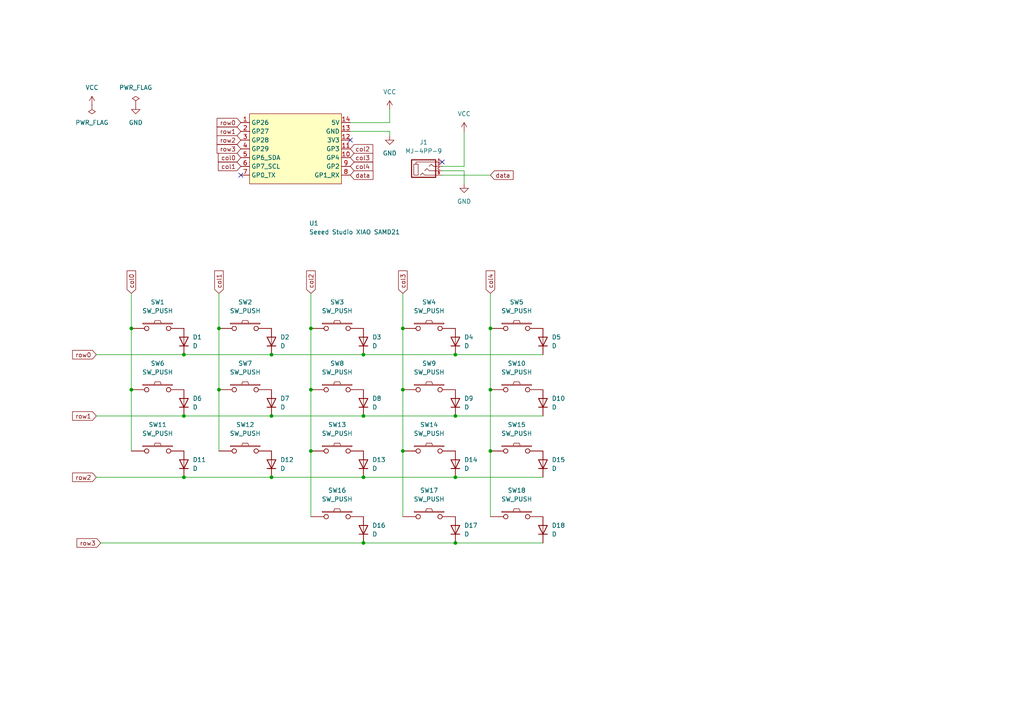
<source format=kicad_sch>
(kicad_sch (version 20211123) (generator eeschema)
  (paper "A4")
  (lib_symbols
    (symbol "Device:D" (pin_numbers hide) (pin_names (offset 1.016) hide)
      (property "Reference" "D" (at 0 2.54 0))
      (property "Value" "D" (at 0 -2.54 0))
      (symbol "D_0_1"
        (polyline (pts (xy -1.27 1.27) (xy -1.27 -1.27)) (stroke (width 0.254)))
        (polyline (pts (xy 1.27 0) (xy -1.27 0)))
        (polyline (pts (xy 1.27 1.27) (xy 1.27 -1.27) (xy -1.27 0) (xy 1.27 1.27)) (stroke (width 0.254)))
      )
      (symbol "D_1_1"
        (pin passive line (at -3.81 0 0) (length 2.54) (name "K") (number "1"))
        (pin passive line (at 3.81 0 180) (length 2.54) (name "A") (number "2"))
      )
    )
    (symbol "foostan_kbd:MJ-4PP-9" (pin_names (offset 1.016))
      (property "Reference" "J" (at 0 3.81 0))
      (property "Value" "MJ-4PP-9" (at 0 -3.81 0))
      (symbol "MJ-4PP-9_0_1"
        (rectangle (start -1.905 -1.905) (end -3.175 1.27))
        (polyline (pts (xy -2.54 1.27) (xy -2.54 1.905) (xy 3.175 1.905)))
        (polyline (pts (xy -1.27 -1.905) (xy -0.635 -1.27) (xy 0 -1.905) (xy 3.175 -1.905)))
        (polyline (pts (xy 0 -0.635) (xy 0.635 0) (xy 1.27 -0.635) (xy 3.175 -0.635)))
        (polyline (pts (xy 1.27 0.635) (xy 1.905 1.27) (xy 2.54 0.635) (xy 3.175 0.635)))
        (rectangle (start 3.175 2.54) (end -3.81 -2.54) (stroke (width 0.3048)))
      )
      (symbol "MJ-4PP-9_1_1"
        (pin input line (at 5.08 1.905 180) (length 2.0066) (name "~") (number "A"))
        (pin input line (at 5.08 -1.905 180) (length 2.0066) (name "~") (number "B"))
        (pin input line (at 5.08 -0.635 180) (length 2.0066) (name "~") (number "C"))
        (pin input line (at 5.08 0.635 180) (length 2.0066) (name "~") (number "D"))
      )
    )
    (symbol "foostan_kbd:SW_PUSH" (pin_numbers hide) (pin_names (offset 1.016) hide)
      (property "Reference" "SW" (at 3.81 2.794 0))
      (property "Value" "SW_PUSH" (at 0 -2.032 0))
      (symbol "SW_PUSH_0_1"
        (rectangle (start -4.318 1.27) (end 4.318 1.524))
        (polyline (pts (xy -1.016 1.524) (xy -0.762 2.286) (xy 0.762 2.286) (xy 1.016 1.524)))
        (pin passive inverted (at -7.62 0 0) (length 5.08) (name "1") (number "1"))
        (pin passive inverted (at 7.62 0 180) (length 5.08) (name "2") (number "2"))
      )
    )
    (symbol "power:GND" (power) (pin_names (offset 0))
      (property "Value" "GND" (at 0 -3.81 0))
      (symbol "GND_0_1"
        (polyline (pts (xy 0 0) (xy 0 -1.27) (xy 1.27 -1.27) (xy 0 -2.54) (xy -1.27 -1.27) (xy 0 -1.27)))
      )
      (symbol "GND_1_1"
        (pin power_in line (at 0 0 270) (length 0) hide (name "GND") (number "1"))
      )
    )
    (symbol "power:PWR_FLAG" (power) (pin_numbers hide) (pin_names (offset 0) hide)
      (property "Value" "PWR_FLAG" (at 0 3.81 0))
      (symbol "PWR_FLAG_0_0"
        (pin power_out line (at 0 0 90) (length 0) (name "pwr") (number "1"))
      )
      (symbol "PWR_FLAG_0_1"
        (polyline (pts (xy 0 0) (xy 0 1.27) (xy -1.016 1.905) (xy 0 2.54) (xy 1.016 1.905) (xy 0 1.27)))
      )
    )
    (symbol "power:VCC" (power) (pin_names (offset 0))
      (property "Value" "VCC" (at 0 3.81 0))
      (symbol "VCC_0_1"
        (polyline (pts (xy -0.762 1.27) (xy 0 2.54)))
        (polyline (pts (xy 0 0) (xy 0 2.54)))
        (polyline (pts (xy 0 2.54) (xy 0.762 1.27)))
      )
      (symbol "VCC_1_1"
        (pin power_in line (at 0 0 90) (length 0) hide (name "VCC") (number "1"))
      )
    )
    (symbol "xiao rp2040:XIAO-RP2040"
      (property "Reference" "M" (at 0 0 0))
      (property "Value" "XIAO-RP2040" (at 0 2.54 0))
      (symbol "XIAO-RP2040_0_1"
        (rectangle (start -12.7 10.16) (end 13.97 -10.16) (fill (type background)))
      )
      (symbol "XIAO-RP2040_1_1"
        (pin bidirectional line (at -15.24 7.62 0) (length 2.54) (name "GP26") (number "1"))
        (pin bidirectional line (at 16.51 -2.54 180) (length 2.54) (name "GP4") (number "10"))
        (pin bidirectional line (at 16.51 0 180) (length 2.54) (name "GP3") (number "11"))
        (pin power_in line (at 16.51 2.54 180) (length 2.54) (name "3V3") (number "12"))
        (pin power_in line (at 16.51 5.08 180) (length 2.54) (name "GND") (number "13"))
        (pin power_in line (at 16.51 7.62 180) (length 2.54) (name "5V") (number "14"))
        (pin bidirectional line (at -15.24 5.08 0) (length 2.54) (name "GP27") (number "2"))
        (pin bidirectional line (at -15.24 2.54 0) (length 2.54) (name "GP28") (number "3"))
        (pin bidirectional line (at -15.24 0 0) (length 2.54) (name "GP29") (number "4"))
        (pin bidirectional line (at -15.24 -2.54 0) (length 2.54) (name "GP6_SDA") (number "5"))
        (pin bidirectional line (at -15.24 -5.08 0) (length 2.54) (name "GP7_SCL") (number "6"))
        (pin bidirectional line (at -15.24 -7.62 0) (length 2.54) (name "GP0_TX") (number "7"))
        (pin bidirectional line (at 16.51 -7.62 180) (length 2.54) (name "GP1_RX") (number "8"))
        (pin bidirectional line (at 16.51 -5.08 180) (length 2.54) (name "GP2") (number "9"))
      )
    )
  )
  (junction (at 142.24 113.03))
  (junction (at 38.1 95.25))
  (junction (at 53.34 120.65))
  (junction (at 53.34 102.87))
  (junction (at 63.5 95.25))
  (junction (at 142.24 130.81))
  (junction (at 116.84 95.25))
  (junction (at 78.74 120.65))
  (junction (at 105.41 120.65))
  (junction (at 63.5 113.03))
  (junction (at 90.17 113.03))
  (junction (at 116.84 130.81))
  (junction (at 105.41 102.87))
  (junction (at 90.17 95.25))
  (junction (at 78.74 102.87))
  (junction (at 132.08 120.65))
  (junction (at 53.34 138.43))
  (junction (at 116.84 113.03))
  (junction (at 132.08 102.87))
  (junction (at 90.17 130.81))
  (junction (at 132.08 157.48))
  (junction (at 105.41 138.43))
  (junction (at 132.08 138.43))
  (junction (at 105.41 157.48))
  (junction (at 142.24 95.25))
  (junction (at 78.74 138.43))
  (junction (at 38.1 113.03))
  (no_connect (at 101.6 40.64))
  (no_connect (at 128.27 46.99))
  (no_connect (at 69.85 50.8))
  (wire (pts (xy 134.62 38.1) (xy 134.62 48.26)))
  (wire (pts (xy 132.08 138.43) (xy 157.48 138.43)))
  (wire (pts (xy 132.08 102.87) (xy 157.48 102.87)))
  (wire (pts (xy 105.41 157.48) (xy 132.08 157.48)))
  (wire (pts (xy 78.74 138.43) (xy 105.41 138.43)))
  (wire (pts (xy 142.24 130.81) (xy 142.24 149.86)))
  (wire (pts (xy 38.1 95.25) (xy 38.1 113.03)))
  (wire (pts (xy 53.34 102.87) (xy 78.74 102.87)))
  (wire (pts (xy 116.84 113.03) (xy 116.84 130.81)))
  (wire (pts (xy 78.74 102.87) (xy 105.41 102.87)))
  (wire (pts (xy 63.5 95.25) (xy 63.5 113.03)))
  (wire (pts (xy 134.62 49.53) (xy 134.62 53.34)))
  (wire (pts (xy 27.94 102.87) (xy 53.34 102.87)))
  (wire (pts (xy 128.27 50.8) (xy 142.24 50.8)))
  (wire (pts (xy 132.08 157.48) (xy 157.48 157.48)))
  (wire (pts (xy 142.24 113.03) (xy 142.24 130.81)))
  (wire (pts (xy 116.84 130.81) (xy 116.84 149.86)))
  (wire (pts (xy 116.84 95.25) (xy 116.84 113.03)))
  (wire (pts (xy 113.03 35.56) (xy 113.03 31.75)))
  (wire (pts (xy 113.03 39.37) (xy 113.03 38.1)))
  (wire (pts (xy 63.5 113.03) (xy 63.5 130.81)))
  (wire (pts (xy 90.17 95.25) (xy 90.17 113.03)))
  (wire (pts (xy 116.84 85.09) (xy 116.84 95.25)))
  (wire (pts (xy 27.94 138.43) (xy 53.34 138.43)))
  (wire (pts (xy 105.41 120.65) (xy 132.08 120.65)))
  (wire (pts (xy 53.34 138.43) (xy 78.74 138.43)))
  (wire (pts (xy 132.08 120.65) (xy 157.48 120.65)))
  (wire (pts (xy 90.17 113.03) (xy 90.17 130.81)))
  (wire (pts (xy 90.17 130.81) (xy 90.17 149.86)))
  (wire (pts (xy 53.34 120.65) (xy 78.74 120.65)))
  (wire (pts (xy 90.17 85.09) (xy 90.17 95.25)))
  (wire (pts (xy 27.94 120.65) (xy 53.34 120.65)))
  (wire (pts (xy 142.24 85.09) (xy 142.24 95.25)))
  (wire (pts (xy 113.03 38.1) (xy 101.6 38.1)))
  (wire (pts (xy 128.27 49.53) (xy 134.62 49.53)))
  (wire (pts (xy 63.5 85.09) (xy 63.5 95.25)))
  (wire (pts (xy 38.1 85.09) (xy 38.1 95.25)))
  (wire (pts (xy 128.27 48.26) (xy 134.62 48.26)))
  (wire (pts (xy 142.24 95.25) (xy 142.24 113.03)))
  (wire (pts (xy 38.1 113.03) (xy 38.1 130.81)))
  (wire (pts (xy 105.41 102.87) (xy 132.08 102.87)))
  (wire (pts (xy 29.21 157.48) (xy 105.41 157.48)))
  (wire (pts (xy 105.41 138.43) (xy 132.08 138.43)))
  (wire (pts (xy 101.6 35.56) (xy 113.03 35.56)))
  (wire (pts (xy 105.41 156.21) (xy 105.41 157.48)))
  (wire (pts (xy 78.74 120.65) (xy 105.41 120.65)))
  (global_label "col3" (shape input) (at 101.6 45.72 0) (property "シート間のリファレンス" "${INTERSHEET_REFS}" (effects hide)))
  (global_label "col0" (shape input) (at 69.85 45.72 180) (property "シート間のリファレンス" "${INTERSHEET_REFS}" (effects hide)))
  (global_label "row1" (shape input) (at 27.94 120.65 180) (property "シート間のリファレンス" "${INTERSHEET_REFS}" (effects hide)))
  (global_label "col0" (shape input) (at 38.1 85.09 90) (property "シート間のリファレンス" "${INTERSHEET_REFS}" (effects hide)))
  (global_label "row1" (shape input) (at 69.85 38.1 180) (property "シート間のリファレンス" "${INTERSHEET_REFS}" (effects hide)))
  (global_label "row3" (shape input) (at 69.85 43.18 180) (property "シート間のリファレンス" "${INTERSHEET_REFS}" (effects hide)))
  (global_label "row2" (shape input) (at 69.85 40.64 180) (property "シート間のリファレンス" "${INTERSHEET_REFS}" (effects hide)))
  (global_label "col1" (shape input) (at 69.85 48.26 180) (property "シート間のリファレンス" "${INTERSHEET_REFS}" (effects hide)))
  (global_label "data" (shape input) (at 142.24 50.8 0) (property "シート間のリファレンス" "${INTERSHEET_REFS}" (effects hide)))
  (global_label "row0" (shape input) (at 27.94 102.87 180) (property "シート間のリファレンス" "${INTERSHEET_REFS}" (effects hide)))
  (global_label "col1" (shape input) (at 63.5 85.09 90) (property "シート間のリファレンス" "${INTERSHEET_REFS}" (effects hide)))
  (global_label "row3" (shape input) (at 29.21 157.48 180) (property "シート間のリファレンス" "${INTERSHEET_REFS}" (effects hide)))
  (global_label "row0" (shape input) (at 69.85 35.56 180) (property "シート間のリファレンス" "${INTERSHEET_REFS}" (effects hide)))
  (global_label "data" (shape input) (at 101.6 50.8 0) (property "シート間のリファレンス" "${INTERSHEET_REFS}" (effects hide)))
  (global_label "col2" (shape input) (at 90.17 85.09 90) (property "シート間のリファレンス" "${INTERSHEET_REFS}" (effects hide)))
  (global_label "col3" (shape input) (at 116.84 85.09 90) (property "シート間のリファレンス" "${INTERSHEET_REFS}" (effects hide)))
  (global_label "col4" (shape input) (at 142.24 85.09 90) (property "シート間のリファレンス" "${INTERSHEET_REFS}" (effects hide)))
  (global_label "col2" (shape input) (at 101.6 43.18 0) (property "シート間のリファレンス" "${INTERSHEET_REFS}" (effects hide)))
  (global_label "row2" (shape input) (at 27.94 138.43 180) (property "シート間のリファレンス" "${INTERSHEET_REFS}" (effects hide)))
  (global_label "col4" (shape input) (at 101.6 48.26 0) (property "シート間のリファレンス" "${INTERSHEET_REFS}" (effects hide)))
  (symbol (lib_id "foostan_kbd:SW_PUSH") (at 97.79 149.86 0) (unit 1)
    (property "Reference" "SW16" (at 97.79 142.24 0))
    (property "Value" "SW_PUSH" (at 97.79 144.78 0))
    (property "Footprint" "split-mini:CherryMX_Choc_Hotswap" (effects hide))
  )
  (symbol (lib_id "Device:D") (at 157.48 99.06 90) (unit 1)
    (property "Reference" "D5" (at 160.02 97.7899 90) (effects (justify right)))
    (property "Value" "D" (at 160.02 100.3299 90) (effects (justify right)))
    (property "Footprint" "split-mini:D3_SMD" (effects hide))
  )
  (symbol (lib_id "foostan_kbd:SW_PUSH") (at 97.79 113.03 0) (unit 1)
    (property "Reference" "SW8" (at 97.79 105.41 0))
    (property "Value" "SW_PUSH" (at 97.79 107.95 0))
    (property "Footprint" "split-mini:CherryMX_Hotswap_both" (effects hide))
  )
  (symbol (lib_id "Device:D") (at 105.41 153.67 90) (unit 1)
    (property "Reference" "D16" (at 107.95 152.3999 90) (effects (justify right)))
    (property "Value" "D" (at 107.95 154.9399 90) (effects (justify right)))
    (property "Footprint" "split-mini:D3_SMD" (effects hide))
  )
  (symbol (lib_id "foostan_kbd:SW_PUSH") (at 45.72 95.25 0) (unit 1)
    (property "Reference" "SW1" (at 45.72 87.63 0))
    (property "Value" "SW_PUSH" (at 45.72 90.17 0))
    (property "Footprint" "split-mini:CherryMX_Hotswap_both" (effects hide))
  )
  (symbol (lib_id "Device:D") (at 53.34 99.06 90) (unit 1)
    (property "Reference" "D1" (at 55.88 97.7899 90) (effects (justify right)))
    (property "Value" "D" (at 55.88 100.3299 90) (effects (justify right)))
    (property "Footprint" "split-mini:D3_SMD" (effects hide))
  )
  (symbol (lib_id "Device:D") (at 132.08 99.06 90) (unit 1)
    (property "Reference" "D4" (at 134.62 97.7899 90) (effects (justify right)))
    (property "Value" "D" (at 134.62 100.3299 90) (effects (justify right)))
    (property "Footprint" "split-mini:D3_SMD" (effects hide))
  )
  (symbol (lib_id "Device:D") (at 157.48 134.62 90) (unit 1)
    (property "Reference" "D15" (at 160.02 133.3499 90) (effects (justify right)))
    (property "Value" "D" (at 160.02 135.8899 90) (effects (justify right)))
    (property "Footprint" "split-mini:D3_SMD" (effects hide))
  )
  (symbol (lib_id "Device:D") (at 132.08 134.62 90) (unit 1)
    (property "Reference" "D14" (at 134.62 133.3499 90) (effects (justify right)))
    (property "Value" "D" (at 134.62 135.8899 90) (effects (justify right)))
    (property "Footprint" "split-mini:D3_SMD" (effects hide))
  )
  (symbol (lib_id "foostan_kbd:SW_PUSH") (at 71.12 113.03 0) (unit 1)
    (property "Reference" "SW7" (at 71.12 105.41 0))
    (property "Value" "SW_PUSH" (at 71.12 107.95 0))
    (property "Footprint" "split-mini:CherryMX_Hotswap_both" (effects hide))
  )
  (symbol (lib_id "Device:D") (at 157.48 116.84 90) (unit 1)
    (property "Reference" "D10" (at 160.02 115.5699 90) (effects (justify right)))
    (property "Value" "D" (at 160.02 118.1099 90) (effects (justify right)))
    (property "Footprint" "split-mini:D3_SMD" (effects hide))
  )
  (symbol (lib_id "foostan_kbd:SW_PUSH") (at 124.46 113.03 0) (unit 1)
    (property "Reference" "SW9" (at 124.46 105.41 0))
    (property "Value" "SW_PUSH" (at 124.46 107.95 0))
    (property "Footprint" "split-mini:CherryMX_Hotswap_both" (effects hide))
  )
  (symbol (lib_id "power:PWR_FLAG") (at 26.67 30.48 180) (unit 1)
    (property "Reference" "#FLG01" (effects hide))
    (property "Value" "PWR_FLAG" (at 26.67 35.56 0))
  )
  (symbol (lib_id "foostan_kbd:SW_PUSH") (at 124.46 95.25 0) (unit 1)
    (property "Reference" "SW4" (at 124.46 87.63 0))
    (property "Value" "SW_PUSH" (at 124.46 90.17 0))
    (property "Footprint" "split-mini:CherryMX_Hotswap_both" (effects hide))
  )
  (symbol (lib_id "Device:D") (at 132.08 116.84 90) (unit 1)
    (property "Reference" "D9" (at 134.62 115.5699 90) (effects (justify right)))
    (property "Value" "D" (at 134.62 118.1099 90) (effects (justify right)))
    (property "Footprint" "split-mini:D3_SMD" (effects hide))
  )
  (symbol (lib_id "Device:D") (at 157.48 153.67 90) (unit 1)
    (property "Reference" "D18" (at 160.02 152.3999 90) (effects (justify right)))
    (property "Value" "D" (at 160.02 154.9399 90) (effects (justify right)))
    (property "Footprint" "split-mini:D3_SMD" (effects hide))
  )
  (symbol (lib_id "foostan_kbd:SW_PUSH") (at 124.46 149.86 0) (unit 1)
    (property "Reference" "SW17" (at 124.46 142.24 0))
    (property "Value" "SW_PUSH" (at 124.46 144.78 0))
    (property "Footprint" "split-mini:CherryMX_Choc_Hotswap" (effects hide))
  )
  (symbol (lib_id "foostan_kbd:SW_PUSH") (at 71.12 95.25 0) (unit 1)
    (property "Reference" "SW2" (at 71.12 87.63 0))
    (property "Value" "SW_PUSH" (at 71.12 90.17 0))
    (property "Footprint" "split-mini:CherryMX_Hotswap_both" (effects hide))
  )
  (symbol (lib_id "power:PWR_FLAG") (at 39.37 30.48 0) (unit 1)
    (property "Reference" "#FLG02" (effects hide))
    (property "Value" "PWR_FLAG" (at 39.37 25.4 0))
  )
  (symbol (lib_id "foostan_kbd:SW_PUSH") (at 149.86 95.25 0) (unit 1)
    (property "Reference" "SW5" (at 149.86 87.63 0))
    (property "Value" "SW_PUSH" (at 149.86 90.17 0))
    (property "Footprint" "split-mini:CherryMX_Hotswap_both" (effects hide))
  )
  (symbol (lib_id "Device:D") (at 53.34 134.62 90) (unit 1)
    (property "Reference" "D11" (at 55.88 133.3499 90) (effects (justify right)))
    (property "Value" "D" (at 55.88 135.8899 90) (effects (justify right)))
    (property "Footprint" "split-mini:D3_SMD" (effects hide))
  )
  (symbol (lib_id "foostan_kbd:SW_PUSH") (at 149.86 149.86 0) (unit 1)
    (property "Reference" "SW18" (at 149.86 142.24 0))
    (property "Value" "SW_PUSH" (at 149.86 144.78 0))
    (property "Footprint" "split-mini:CherryMX_Choc_Hotswap" (effects hide))
  )
  (symbol (lib_id "foostan_kbd:MJ-4PP-9") (at 123.19 48.895 0) (unit 1)
    (property "Reference" "J1" (at 122.8725 41.275 0))
    (property "Value" "MJ-4PP-9" (at 122.8725 43.815 0))
    (property "Footprint" "split-mini:MJ-4PP-9" (effects hide))
  )
  (symbol (lib_id "xiao rp2040:XIAO-RP2040") (at 85.09 43.18 0) (unit 1)
    (property "Reference" "U1" (at 89.6494 64.77 0) (effects (justify left)))
    (property "Value" "Seeed Studio XIAO SAMD21" (at 89.6494 67.31 0) (effects (justify left)))
    (property "Footprint" "split-mini:XIAO-RP2040_mod" (effects hide))
  )
  (symbol (lib_id "foostan_kbd:SW_PUSH") (at 149.86 113.03 0) (unit 1)
    (property "Reference" "SW10" (at 149.86 105.41 0))
    (property "Value" "SW_PUSH" (at 149.86 107.95 0))
    (property "Footprint" "split-mini:CherryMX_Hotswap_both" (effects hide))
  )
  (symbol (lib_id "power:VCC") (at 113.03 31.75 0) (unit 1)
    (property "Reference" "#PWR03" (effects hide))
    (property "Value" "VCC" (at 113.03 26.67 0))
  )
  (symbol (lib_id "Device:D") (at 105.41 99.06 90) (unit 1)
    (property "Reference" "D3" (at 107.95 97.7899 90) (effects (justify right)))
    (property "Value" "D" (at 107.95 100.3299 90) (effects (justify right)))
    (property "Footprint" "split-mini:D3_SMD" (effects hide))
  )
  (symbol (lib_id "foostan_kbd:SW_PUSH") (at 97.79 95.25 0) (unit 1)
    (property "Reference" "SW3" (at 97.79 87.63 0))
    (property "Value" "SW_PUSH" (at 97.79 90.17 0))
    (property "Footprint" "split-mini:CherryMX_Hotswap_both" (effects hide))
  )
  (symbol (lib_id "foostan_kbd:SW_PUSH") (at 124.46 130.81 0) (unit 1)
    (property "Reference" "SW14" (at 124.46 123.19 0))
    (property "Value" "SW_PUSH" (at 124.46 125.73 0))
    (property "Footprint" "split-mini:CherryMX_Hotswap_both" (effects hide))
  )
  (symbol (lib_id "foostan_kbd:SW_PUSH") (at 45.72 113.03 0) (unit 1)
    (property "Reference" "SW6" (at 45.72 105.41 0))
    (property "Value" "SW_PUSH" (at 45.72 107.95 0))
    (property "Footprint" "split-mini:CherryMX_Hotswap_both" (effects hide))
  )
  (symbol (lib_id "foostan_kbd:SW_PUSH") (at 149.86 130.81 0) (unit 1)
    (property "Reference" "SW15" (at 149.86 123.19 0))
    (property "Value" "SW_PUSH" (at 149.86 125.73 0))
    (property "Footprint" "split-mini:CherryMX_Hotswap_both" (effects hide))
  )
  (symbol (lib_id "foostan_kbd:SW_PUSH") (at 97.79 130.81 0) (unit 1)
    (property "Reference" "SW13" (at 97.79 123.19 0))
    (property "Value" "SW_PUSH" (at 97.79 125.73 0))
    (property "Footprint" "split-mini:CherryMX_Hotswap_both" (effects hide))
  )
  (symbol (lib_id "power:GND") (at 113.03 39.37 0) (unit 1)
    (property "Reference" "#PWR05" (effects hide))
    (property "Value" "GND" (at 113.03 44.45 0))
  )
  (symbol (lib_id "Device:D") (at 105.41 134.62 90) (unit 1)
    (property "Reference" "D13" (at 107.95 133.3499 90) (effects (justify right)))
    (property "Value" "D" (at 107.95 135.8899 90) (effects (justify right)))
    (property "Footprint" "split-mini:D3_SMD" (effects hide))
  )
  (symbol (lib_id "power:GND") (at 134.62 53.34 0) (unit 1)
    (property "Reference" "#PWR06" (effects hide))
    (property "Value" "GND" (at 134.62 58.42 0))
  )
  (symbol (lib_id "Device:D") (at 78.74 99.06 90) (unit 1)
    (property "Reference" "D2" (at 81.28 97.7899 90) (effects (justify right)))
    (property "Value" "D" (at 81.28 100.3299 90) (effects (justify right)))
    (property "Footprint" "split-mini:D3_SMD" (effects hide))
  )
  (symbol (lib_id "Device:D") (at 132.08 153.67 90) (unit 1)
    (property "Reference" "D17" (at 134.62 152.3999 90) (effects (justify right)))
    (property "Value" "D" (at 134.62 154.9399 90) (effects (justify right)))
    (property "Footprint" "split-mini:D3_SMD" (effects hide))
  )
  (symbol (lib_id "power:GND") (at 39.37 30.48 0) (unit 1)
    (property "Reference" "#PWR02" (effects hide))
    (property "Value" "GND" (at 39.37 35.56 0))
  )
  (symbol (lib_id "Device:D") (at 53.34 116.84 90) (unit 1)
    (property "Reference" "D6" (at 55.88 115.5699 90) (effects (justify right)))
    (property "Value" "D" (at 55.88 118.1099 90) (effects (justify right)))
    (property "Footprint" "split-mini:D3_SMD" (effects hide))
  )
  (symbol (lib_id "Device:D") (at 105.41 116.84 90) (unit 1)
    (property "Reference" "D8" (at 107.95 115.5699 90) (effects (justify right)))
    (property "Value" "D" (at 107.95 118.1099 90) (effects (justify right)))
    (property "Footprint" "split-mini:D3_SMD" (effects hide))
  )
  (symbol (lib_id "foostan_kbd:SW_PUSH") (at 71.12 130.81 0) (unit 1)
    (property "Reference" "SW12" (at 71.12 123.19 0))
    (property "Value" "SW_PUSH" (at 71.12 125.73 0))
    (property "Footprint" "split-mini:CherryMX_Hotswap_both" (effects hide))
  )
  (symbol (lib_id "Device:D") (at 78.74 116.84 90) (unit 1)
    (property "Reference" "D7" (at 81.28 115.5699 90) (effects (justify right)))
    (property "Value" "D" (at 81.28 118.1099 90) (effects (justify right)))
    (property "Footprint" "split-mini:D3_SMD" (effects hide))
  )
  (symbol (lib_id "power:VCC") (at 26.67 30.48 0) (unit 1)
    (property "Reference" "#PWR01" (effects hide))
    (property "Value" "VCC" (at 26.67 25.4 0))
  )
  (symbol (lib_id "power:VCC") (at 134.62 38.1 0) (unit 1)
    (property "Reference" "#PWR04" (effects hide))
    (property "Value" "VCC" (at 134.62 33.02 0))
  )
  (symbol (lib_id "foostan_kbd:SW_PUSH") (at 45.72 130.81 0) (unit 1)
    (property "Reference" "SW11" (at 45.72 123.19 0))
    (property "Value" "SW_PUSH" (at 45.72 125.73 0))
    (property "Footprint" "split-mini:CherryMX_Hotswap_both" (effects hide))
  )
  (symbol (lib_id "Device:D") (at 78.74 134.62 90) (unit 1)
    (property "Reference" "D12" (at 81.28 133.3499 90) (effects (justify right)))
    (property "Value" "D" (at 81.28 135.8899 90) (effects (justify right)))
    (property "Footprint" "split-mini:D3_SMD" (effects hide))
  )
)
</source>
